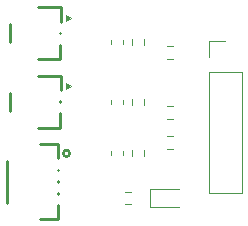
<source format=gbr>
%TF.GenerationSoftware,KiCad,Pcbnew,9.0.1*%
%TF.CreationDate,2025-04-15T19:42:40+08:00*%
%TF.ProjectId,HallConnector,48616c6c-436f-46e6-9e65-63746f722e6b,rev?*%
%TF.SameCoordinates,Original*%
%TF.FileFunction,Legend,Top*%
%TF.FilePolarity,Positive*%
%FSLAX46Y46*%
G04 Gerber Fmt 4.6, Leading zero omitted, Abs format (unit mm)*
G04 Created by KiCad (PCBNEW 9.0.1) date 2025-04-15 19:42:40*
%MOMM*%
%LPD*%
G01*
G04 APERTURE LIST*
%ADD10C,0.120000*%
%ADD11C,0.254000*%
G04 APERTURE END LIST*
D10*
%TO.C,R7*%
X130937724Y-68213500D02*
X130428276Y-68213500D01*
X130937724Y-67168500D02*
X130428276Y-67168500D01*
%TO.C,D4*%
X132579000Y-66956000D02*
X132579000Y-68426000D01*
X132579000Y-68426000D02*
X135039000Y-68426000D01*
X135039000Y-66956000D02*
X132579000Y-66956000D01*
%TO.C,J1*%
X137581500Y-54349000D02*
X138961500Y-54349000D01*
X137581500Y-55729000D02*
X137581500Y-54349000D01*
X137581500Y-56999000D02*
X137581500Y-67269000D01*
X137581500Y-56999000D02*
X140341500Y-56999000D01*
X137581500Y-67269000D02*
X140341500Y-67269000D01*
X140341500Y-56999000D02*
X140341500Y-67269000D01*
D11*
%TO.C,U2*%
X120726500Y-54490000D02*
X120726500Y-52952000D01*
X124977500Y-53702000D02*
X124977500Y-53740000D01*
X124977500Y-54702000D02*
X124977500Y-54740000D01*
X124977500Y-54702000D02*
X124977500Y-55921000D01*
X124977500Y-55702000D02*
X124977500Y-55740000D01*
X124977500Y-55921000D02*
X123058500Y-55921000D01*
X125026500Y-51521000D02*
X123057500Y-51521000D01*
X125026500Y-52741000D02*
X125026500Y-51521000D01*
D10*
X125866500Y-52411000D02*
X125485500Y-52665000D01*
X125485500Y-52157000D01*
X125866500Y-52411000D01*
G36*
X125866500Y-52411000D02*
G01*
X125485500Y-52665000D01*
X125485500Y-52157000D01*
X125866500Y-52411000D01*
G37*
%TO.C,C2*%
X129284000Y-59709267D02*
X129284000Y-59416733D01*
X130304000Y-59709267D02*
X130304000Y-59416733D01*
D11*
%TO.C,CN3*%
X120503500Y-64525000D02*
X120503500Y-68063000D01*
X124803500Y-63119000D02*
X123234500Y-63119000D01*
X124803500Y-64313000D02*
X124803500Y-63119000D01*
X124803500Y-65313000D02*
X124803500Y-65275000D01*
X124803500Y-66313000D02*
X124803500Y-66275000D01*
X124803500Y-67313000D02*
X124803500Y-67275000D01*
X124803500Y-68275000D02*
X124803500Y-69469000D01*
X124803500Y-69469000D02*
X123234500Y-69469000D01*
X125775500Y-63909000D02*
G75*
G02*
X125231500Y-63909000I-272000J0D01*
G01*
X125231500Y-63909000D02*
G75*
G02*
X125775500Y-63909000I272000J0D01*
G01*
D10*
%TO.C,R6*%
X133984276Y-54849500D02*
X134493724Y-54849500D01*
X133984276Y-55894500D02*
X134493724Y-55894500D01*
%TO.C,R2*%
X131049500Y-59308276D02*
X131049500Y-59817724D01*
X132094500Y-59308276D02*
X132094500Y-59817724D01*
D11*
%TO.C,U1*%
X120726500Y-60289000D02*
X120726500Y-58751000D01*
X124977500Y-59501000D02*
X124977500Y-59539000D01*
X124977500Y-60501000D02*
X124977500Y-60539000D01*
X124977500Y-60501000D02*
X124977500Y-61720000D01*
X124977500Y-61501000D02*
X124977500Y-61539000D01*
X124977500Y-61720000D02*
X123058500Y-61720000D01*
X125026500Y-57320000D02*
X123057500Y-57320000D01*
X125026500Y-58540000D02*
X125026500Y-57320000D01*
D10*
X125866500Y-58210000D02*
X125485500Y-58464000D01*
X125485500Y-57956000D01*
X125866500Y-58210000D01*
G36*
X125866500Y-58210000D02*
G01*
X125485500Y-58464000D01*
X125485500Y-57956000D01*
X125866500Y-58210000D01*
G37*
%TO.C,R5*%
X133984276Y-59929500D02*
X134493724Y-59929500D01*
X133984276Y-60974500D02*
X134493724Y-60974500D01*
%TO.C,C1*%
X129284000Y-54629267D02*
X129284000Y-54336733D01*
X130304000Y-54629267D02*
X130304000Y-54336733D01*
%TO.C,R1*%
X131049500Y-54228276D02*
X131049500Y-54737724D01*
X132094500Y-54228276D02*
X132094500Y-54737724D01*
%TO.C,R3*%
X131049500Y-64135724D02*
X131049500Y-63626276D01*
X132094500Y-64135724D02*
X132094500Y-63626276D01*
%TO.C,C3*%
X129284000Y-63734733D02*
X129284000Y-64027267D01*
X130304000Y-63734733D02*
X130304000Y-64027267D01*
%TO.C,R4*%
X133984276Y-62469500D02*
X134493724Y-62469500D01*
X133984276Y-63514500D02*
X134493724Y-63514500D01*
%TD*%
M02*

</source>
